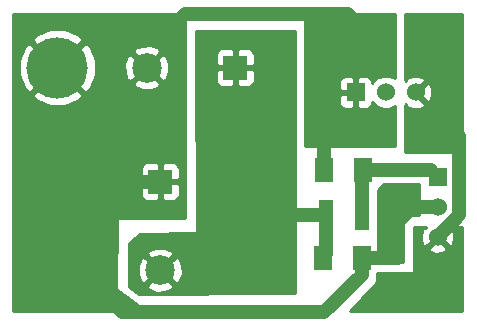
<source format=gbl>
G04 (created by PCBNEW (2013-jul-07)-stable) date Wed 30 Apr 2014 10:49:50 BST*
%MOIN*%
G04 Gerber Fmt 3.4, Leading zero omitted, Abs format*
%FSLAX34Y34*%
G01*
G70*
G90*
G04 APERTURE LIST*
%ADD10C,0.00590551*%
%ADD11R,0.05X0.1*%
%ADD12R,0.06X0.08*%
%ADD13R,0.06X0.06*%
%ADD14C,0.06*%
%ADD15R,0.0787X0.0787*%
%ADD16C,0.0984*%
%ADD17C,0.2047*%
%ADD18C,0.008*%
%ADD19C,0.0472*%
%ADD20C,0.01*%
G04 APERTURE END LIST*
G54D10*
G54D11*
X10856Y3621D03*
X12056Y3621D03*
G54D12*
X10727Y2204D03*
X12027Y2204D03*
X12066Y5117D03*
X10766Y5117D03*
G54D13*
X11834Y7716D03*
G54D14*
X12834Y7716D03*
X13834Y7716D03*
G54D15*
X5314Y4743D03*
G54D16*
X5314Y1791D03*
G54D15*
X7814Y8542D03*
G54D16*
X4862Y8542D03*
G54D17*
X1889Y8542D03*
G54D13*
X14566Y4897D03*
G54D14*
X14566Y3897D03*
X14566Y2897D03*
G54D18*
X7795Y3621D02*
X7795Y8523D01*
X7795Y8523D02*
X7814Y8542D01*
G54D19*
X10856Y3621D02*
X10856Y2333D01*
G54D18*
X10856Y2333D02*
X10727Y2204D01*
G54D19*
X7795Y3621D02*
X10856Y3621D01*
G54D18*
X14566Y2897D02*
X14566Y2913D01*
X15275Y6275D02*
X13834Y7716D01*
G54D19*
X15275Y3622D02*
X15275Y6275D01*
X14566Y2913D02*
X15275Y3622D01*
X12027Y2204D02*
X12027Y1634D01*
X12027Y1634D02*
X10787Y393D01*
X10787Y393D02*
X4055Y393D01*
X4055Y393D02*
X3346Y1102D01*
X3346Y1102D02*
X3346Y4448D01*
X3346Y4448D02*
X3641Y4743D01*
X3641Y4743D02*
X5314Y4743D01*
X10766Y5117D02*
X10766Y5963D01*
G54D18*
X11834Y7031D02*
X11834Y7716D01*
X10766Y5963D02*
X11834Y7031D01*
X11834Y7716D02*
X11834Y10062D01*
X5511Y9191D02*
X4862Y8542D01*
X5511Y9685D02*
X5511Y9191D01*
G54D19*
X6141Y10314D02*
X5511Y9685D01*
X11582Y10314D02*
X6141Y10314D01*
X11834Y10062D02*
X11582Y10314D01*
X12027Y2204D02*
X13228Y2204D01*
X13582Y3897D02*
X14566Y3897D01*
X13228Y3543D02*
X13582Y3897D01*
X13228Y2204D02*
X13228Y3543D01*
G54D18*
X13228Y2204D02*
X13228Y2204D01*
G54D19*
X12066Y5117D02*
X14346Y5117D01*
G54D18*
X14346Y5117D02*
X14566Y4897D01*
G54D19*
X12056Y3621D02*
X12056Y5107D01*
G54D18*
X12056Y5107D02*
X12066Y5117D01*
G54D10*
G36*
X6130Y3514D02*
X5958Y3514D01*
X5958Y4300D01*
X5958Y5186D01*
X5920Y5278D01*
X5850Y5349D01*
X5758Y5387D01*
X5658Y5387D01*
X5608Y5387D01*
X5608Y8415D01*
X5600Y8710D01*
X5503Y8946D01*
X5387Y8996D01*
X5317Y8926D01*
X5317Y9067D01*
X5266Y9182D01*
X4990Y9288D01*
X4695Y9280D01*
X4459Y9182D01*
X4408Y9067D01*
X4862Y8613D01*
X5317Y9067D01*
X5317Y8926D01*
X4933Y8542D01*
X5387Y8088D01*
X5503Y8139D01*
X5608Y8415D01*
X5608Y5387D01*
X5427Y5387D01*
X5364Y5324D01*
X5364Y4793D01*
X5895Y4793D01*
X5958Y4856D01*
X5958Y5186D01*
X5958Y4300D01*
X5958Y4631D01*
X5895Y4693D01*
X5364Y4693D01*
X5364Y4162D01*
X5427Y4100D01*
X5658Y4100D01*
X5758Y4100D01*
X5850Y4138D01*
X5920Y4208D01*
X5958Y4300D01*
X5958Y3514D01*
X5317Y3514D01*
X5317Y8018D01*
X4862Y8472D01*
X4792Y8401D01*
X4792Y8542D01*
X4338Y8996D01*
X4222Y8946D01*
X4117Y8670D01*
X4125Y8375D01*
X4222Y8139D01*
X4338Y8088D01*
X4792Y8542D01*
X4792Y8401D01*
X4408Y8018D01*
X4459Y7902D01*
X4735Y7797D01*
X5030Y7805D01*
X5266Y7902D01*
X5317Y8018D01*
X5317Y3514D01*
X5264Y3514D01*
X5264Y4162D01*
X5264Y4693D01*
X5264Y4793D01*
X5264Y5324D01*
X5202Y5387D01*
X4970Y5387D01*
X4871Y5387D01*
X4779Y5349D01*
X4709Y5278D01*
X4671Y5186D01*
X4671Y4856D01*
X4733Y4793D01*
X5264Y4793D01*
X5264Y4693D01*
X4733Y4693D01*
X4671Y4631D01*
X4671Y4300D01*
X4709Y4208D01*
X4779Y4138D01*
X4871Y4100D01*
X4970Y4100D01*
X5202Y4100D01*
X5264Y4162D01*
X5264Y3514D01*
X3887Y3514D01*
X3847Y1155D01*
X4827Y443D01*
X3163Y443D01*
X3163Y8795D01*
X2970Y9263D01*
X2969Y9265D01*
X2798Y9380D01*
X2727Y9310D01*
X2727Y9451D01*
X2612Y9621D01*
X2144Y9816D01*
X1637Y9816D01*
X1169Y9623D01*
X1167Y9621D01*
X1052Y9451D01*
X1889Y8613D01*
X2727Y9451D01*
X2727Y9310D01*
X1960Y8542D01*
X2798Y7704D01*
X2969Y7820D01*
X3163Y8288D01*
X3163Y8795D01*
X3163Y443D01*
X2727Y443D01*
X2727Y7634D01*
X1889Y8472D01*
X1819Y8401D01*
X1819Y8542D01*
X981Y9380D01*
X810Y9265D01*
X616Y8797D01*
X616Y8290D01*
X809Y7822D01*
X810Y7820D01*
X981Y7704D01*
X1819Y8542D01*
X1819Y8401D01*
X1052Y7634D01*
X1167Y7463D01*
X1635Y7269D01*
X2142Y7269D01*
X2610Y7462D01*
X2612Y7463D01*
X2727Y7634D01*
X2727Y443D01*
X403Y443D01*
X403Y10344D01*
X6130Y10344D01*
X6130Y3514D01*
X6130Y3514D01*
G37*
G54D20*
X6130Y3514D02*
X5958Y3514D01*
X5958Y4300D01*
X5958Y5186D01*
X5920Y5278D01*
X5850Y5349D01*
X5758Y5387D01*
X5658Y5387D01*
X5608Y5387D01*
X5608Y8415D01*
X5600Y8710D01*
X5503Y8946D01*
X5387Y8996D01*
X5317Y8926D01*
X5317Y9067D01*
X5266Y9182D01*
X4990Y9288D01*
X4695Y9280D01*
X4459Y9182D01*
X4408Y9067D01*
X4862Y8613D01*
X5317Y9067D01*
X5317Y8926D01*
X4933Y8542D01*
X5387Y8088D01*
X5503Y8139D01*
X5608Y8415D01*
X5608Y5387D01*
X5427Y5387D01*
X5364Y5324D01*
X5364Y4793D01*
X5895Y4793D01*
X5958Y4856D01*
X5958Y5186D01*
X5958Y4300D01*
X5958Y4631D01*
X5895Y4693D01*
X5364Y4693D01*
X5364Y4162D01*
X5427Y4100D01*
X5658Y4100D01*
X5758Y4100D01*
X5850Y4138D01*
X5920Y4208D01*
X5958Y4300D01*
X5958Y3514D01*
X5317Y3514D01*
X5317Y8018D01*
X4862Y8472D01*
X4792Y8401D01*
X4792Y8542D01*
X4338Y8996D01*
X4222Y8946D01*
X4117Y8670D01*
X4125Y8375D01*
X4222Y8139D01*
X4338Y8088D01*
X4792Y8542D01*
X4792Y8401D01*
X4408Y8018D01*
X4459Y7902D01*
X4735Y7797D01*
X5030Y7805D01*
X5266Y7902D01*
X5317Y8018D01*
X5317Y3514D01*
X5264Y3514D01*
X5264Y4162D01*
X5264Y4693D01*
X5264Y4793D01*
X5264Y5324D01*
X5202Y5387D01*
X4970Y5387D01*
X4871Y5387D01*
X4779Y5349D01*
X4709Y5278D01*
X4671Y5186D01*
X4671Y4856D01*
X4733Y4793D01*
X5264Y4793D01*
X5264Y4693D01*
X4733Y4693D01*
X4671Y4631D01*
X4671Y4300D01*
X4709Y4208D01*
X4779Y4138D01*
X4871Y4100D01*
X4970Y4100D01*
X5202Y4100D01*
X5264Y4162D01*
X5264Y3514D01*
X3887Y3514D01*
X3847Y1155D01*
X4827Y443D01*
X3163Y443D01*
X3163Y8795D01*
X2970Y9263D01*
X2969Y9265D01*
X2798Y9380D01*
X2727Y9310D01*
X2727Y9451D01*
X2612Y9621D01*
X2144Y9816D01*
X1637Y9816D01*
X1169Y9623D01*
X1167Y9621D01*
X1052Y9451D01*
X1889Y8613D01*
X2727Y9451D01*
X2727Y9310D01*
X1960Y8542D01*
X2798Y7704D01*
X2969Y7820D01*
X3163Y8288D01*
X3163Y8795D01*
X3163Y443D01*
X2727Y443D01*
X2727Y7634D01*
X1889Y8472D01*
X1819Y8401D01*
X1819Y8542D01*
X981Y9380D01*
X810Y9265D01*
X616Y8797D01*
X616Y8290D01*
X809Y7822D01*
X810Y7820D01*
X981Y7704D01*
X1819Y8542D01*
X1819Y8401D01*
X1052Y7634D01*
X1167Y7463D01*
X1635Y7269D01*
X2142Y7269D01*
X2610Y7462D01*
X2612Y7463D01*
X2727Y7634D01*
X2727Y443D01*
X403Y443D01*
X403Y10344D01*
X6130Y10344D01*
X6130Y3514D01*
G54D10*
G36*
X9792Y1033D02*
X8458Y1023D01*
X8458Y8198D01*
X8458Y8886D01*
X8458Y8986D01*
X8420Y9078D01*
X8349Y9148D01*
X8257Y9186D01*
X7927Y9186D01*
X7864Y9123D01*
X7864Y8592D01*
X8395Y8592D01*
X8458Y8655D01*
X8458Y8886D01*
X8458Y8198D01*
X8458Y8430D01*
X8395Y8492D01*
X7864Y8492D01*
X7864Y7961D01*
X7927Y7899D01*
X8257Y7899D01*
X8349Y7937D01*
X8420Y8007D01*
X8458Y8099D01*
X8458Y8198D01*
X8458Y1023D01*
X7764Y1018D01*
X7764Y7961D01*
X7764Y8492D01*
X7764Y8592D01*
X7764Y9123D01*
X7702Y9186D01*
X7371Y9186D01*
X7280Y9148D01*
X7209Y9078D01*
X7171Y8986D01*
X7171Y8886D01*
X7171Y8655D01*
X7233Y8592D01*
X7764Y8592D01*
X7764Y8492D01*
X7233Y8492D01*
X7171Y8430D01*
X7171Y8198D01*
X7171Y8099D01*
X7209Y8007D01*
X7280Y7937D01*
X7371Y7899D01*
X7702Y7899D01*
X7764Y7961D01*
X7764Y1018D01*
X6060Y1005D01*
X6060Y1664D01*
X6052Y1959D01*
X5955Y2195D01*
X5839Y2245D01*
X5769Y2175D01*
X5769Y2316D01*
X5718Y2431D01*
X5442Y2537D01*
X5147Y2529D01*
X4911Y2431D01*
X4860Y2316D01*
X5314Y1862D01*
X5769Y2316D01*
X5769Y2175D01*
X5385Y1791D01*
X5839Y1337D01*
X5955Y1388D01*
X6060Y1664D01*
X6060Y1005D01*
X5769Y1003D01*
X5769Y1267D01*
X5314Y1721D01*
X5244Y1650D01*
X5244Y1791D01*
X4790Y2245D01*
X4674Y2195D01*
X4569Y1919D01*
X4577Y1624D01*
X4674Y1388D01*
X4790Y1337D01*
X5244Y1791D01*
X5244Y1650D01*
X4860Y1267D01*
X4911Y1151D01*
X5187Y1046D01*
X5482Y1054D01*
X5718Y1151D01*
X5769Y1267D01*
X5769Y1003D01*
X4621Y994D01*
X4262Y1246D01*
X4262Y2692D01*
X4624Y2982D01*
X6546Y3021D01*
X6506Y9173D01*
X6506Y9752D01*
X9792Y9752D01*
X9792Y1033D01*
X9792Y1033D01*
G37*
G54D20*
X9792Y1033D02*
X8458Y1023D01*
X8458Y8198D01*
X8458Y8886D01*
X8458Y8986D01*
X8420Y9078D01*
X8349Y9148D01*
X8257Y9186D01*
X7927Y9186D01*
X7864Y9123D01*
X7864Y8592D01*
X8395Y8592D01*
X8458Y8655D01*
X8458Y8886D01*
X8458Y8198D01*
X8458Y8430D01*
X8395Y8492D01*
X7864Y8492D01*
X7864Y7961D01*
X7927Y7899D01*
X8257Y7899D01*
X8349Y7937D01*
X8420Y8007D01*
X8458Y8099D01*
X8458Y8198D01*
X8458Y1023D01*
X7764Y1018D01*
X7764Y7961D01*
X7764Y8492D01*
X7764Y8592D01*
X7764Y9123D01*
X7702Y9186D01*
X7371Y9186D01*
X7280Y9148D01*
X7209Y9078D01*
X7171Y8986D01*
X7171Y8886D01*
X7171Y8655D01*
X7233Y8592D01*
X7764Y8592D01*
X7764Y8492D01*
X7233Y8492D01*
X7171Y8430D01*
X7171Y8198D01*
X7171Y8099D01*
X7209Y8007D01*
X7280Y7937D01*
X7371Y7899D01*
X7702Y7899D01*
X7764Y7961D01*
X7764Y1018D01*
X6060Y1005D01*
X6060Y1664D01*
X6052Y1959D01*
X5955Y2195D01*
X5839Y2245D01*
X5769Y2175D01*
X5769Y2316D01*
X5718Y2431D01*
X5442Y2537D01*
X5147Y2529D01*
X4911Y2431D01*
X4860Y2316D01*
X5314Y1862D01*
X5769Y2316D01*
X5769Y2175D01*
X5385Y1791D01*
X5839Y1337D01*
X5955Y1388D01*
X6060Y1664D01*
X6060Y1005D01*
X5769Y1003D01*
X5769Y1267D01*
X5314Y1721D01*
X5244Y1650D01*
X5244Y1791D01*
X4790Y2245D01*
X4674Y2195D01*
X4569Y1919D01*
X4577Y1624D01*
X4674Y1388D01*
X4790Y1337D01*
X5244Y1791D01*
X5244Y1650D01*
X4860Y1267D01*
X4911Y1151D01*
X5187Y1046D01*
X5482Y1054D01*
X5718Y1151D01*
X5769Y1267D01*
X5769Y1003D01*
X4621Y994D01*
X4262Y1246D01*
X4262Y2692D01*
X4624Y2982D01*
X6546Y3021D01*
X6506Y9173D01*
X6506Y9752D01*
X9792Y9752D01*
X9792Y1033D01*
G54D10*
G36*
X13138Y5915D02*
X11784Y5915D01*
X11784Y7229D01*
X11784Y7666D01*
X11784Y7766D01*
X11784Y8204D01*
X11722Y8266D01*
X11485Y8266D01*
X11393Y8228D01*
X11322Y8158D01*
X11284Y8066D01*
X11284Y7967D01*
X11284Y7829D01*
X11347Y7766D01*
X11784Y7766D01*
X11784Y7666D01*
X11347Y7666D01*
X11284Y7604D01*
X11284Y7466D01*
X11284Y7366D01*
X11322Y7274D01*
X11393Y7204D01*
X11485Y7166D01*
X11722Y7166D01*
X11784Y7229D01*
X11784Y5915D01*
X10128Y5916D01*
X10128Y10343D01*
X13138Y10343D01*
X13138Y8185D01*
X12944Y8266D01*
X12725Y8266D01*
X12523Y8183D01*
X12384Y8044D01*
X12384Y8066D01*
X12346Y8158D01*
X12276Y8228D01*
X12184Y8266D01*
X11947Y8266D01*
X11884Y8204D01*
X11884Y7766D01*
X11892Y7766D01*
X11892Y7666D01*
X11884Y7666D01*
X11884Y7229D01*
X11947Y7166D01*
X12184Y7166D01*
X12276Y7204D01*
X12346Y7274D01*
X12384Y7366D01*
X12384Y7388D01*
X12522Y7250D01*
X12724Y7166D01*
X12943Y7166D01*
X13138Y7247D01*
X13138Y5915D01*
X13138Y5915D01*
G37*
G54D20*
X13138Y5915D02*
X11784Y5915D01*
X11784Y7229D01*
X11784Y7666D01*
X11784Y7766D01*
X11784Y8204D01*
X11722Y8266D01*
X11485Y8266D01*
X11393Y8228D01*
X11322Y8158D01*
X11284Y8066D01*
X11284Y7967D01*
X11284Y7829D01*
X11347Y7766D01*
X11784Y7766D01*
X11784Y7666D01*
X11347Y7666D01*
X11284Y7604D01*
X11284Y7466D01*
X11284Y7366D01*
X11322Y7274D01*
X11393Y7204D01*
X11485Y7166D01*
X11722Y7166D01*
X11784Y7229D01*
X11784Y5915D01*
X10128Y5916D01*
X10128Y10343D01*
X13138Y10343D01*
X13138Y8185D01*
X12944Y8266D01*
X12725Y8266D01*
X12523Y8183D01*
X12384Y8044D01*
X12384Y8066D01*
X12346Y8158D01*
X12276Y8228D01*
X12184Y8266D01*
X11947Y8266D01*
X11884Y8204D01*
X11884Y7766D01*
X11892Y7766D01*
X11892Y7666D01*
X11884Y7666D01*
X11884Y7229D01*
X11947Y7166D01*
X12184Y7166D01*
X12276Y7204D01*
X12346Y7274D01*
X12384Y7366D01*
X12384Y7388D01*
X12522Y7250D01*
X12724Y7166D01*
X12943Y7166D01*
X13138Y7247D01*
X13138Y5915D01*
G54D10*
G36*
X15387Y5925D02*
X15383Y5905D01*
X15383Y5718D01*
X14389Y5719D01*
X14389Y7634D01*
X14378Y7853D01*
X14315Y8004D01*
X14220Y8031D01*
X14149Y7961D01*
X13905Y7716D01*
X14220Y7401D01*
X14315Y7428D01*
X14389Y7634D01*
X14389Y5719D01*
X14149Y5719D01*
X13475Y5719D01*
X13475Y7286D01*
X13519Y7330D01*
X13546Y7235D01*
X13752Y7161D01*
X13971Y7172D01*
X14122Y7235D01*
X14149Y7330D01*
X13834Y7645D01*
X13829Y7640D01*
X13758Y7710D01*
X13763Y7716D01*
X13758Y7722D01*
X13829Y7792D01*
X13834Y7787D01*
X14149Y8102D01*
X14122Y8197D01*
X13916Y8271D01*
X13697Y8260D01*
X13546Y8197D01*
X13519Y8102D01*
X13475Y8146D01*
X13475Y10343D01*
X15383Y10343D01*
X15383Y5944D01*
X15387Y5925D01*
X15387Y5925D01*
G37*
G54D20*
X15387Y5925D02*
X15383Y5905D01*
X15383Y5718D01*
X14389Y5719D01*
X14389Y7634D01*
X14378Y7853D01*
X14315Y8004D01*
X14220Y8031D01*
X14149Y7961D01*
X13905Y7716D01*
X14220Y7401D01*
X14315Y7428D01*
X14389Y7634D01*
X14389Y5719D01*
X14149Y5719D01*
X13475Y5719D01*
X13475Y7286D01*
X13519Y7330D01*
X13546Y7235D01*
X13752Y7161D01*
X13971Y7172D01*
X14122Y7235D01*
X14149Y7330D01*
X13834Y7645D01*
X13829Y7640D01*
X13758Y7710D01*
X13763Y7716D01*
X13758Y7722D01*
X13829Y7792D01*
X13834Y7787D01*
X14149Y8102D01*
X14122Y8197D01*
X13916Y8271D01*
X13697Y8260D01*
X13546Y8197D01*
X13519Y8102D01*
X13475Y8146D01*
X13475Y10343D01*
X15383Y10343D01*
X15383Y5944D01*
X15387Y5925D01*
G54D10*
G36*
X13925Y3632D02*
X13680Y3632D01*
X13414Y3367D01*
X13414Y2057D01*
X12577Y2057D01*
X12577Y2092D01*
X12569Y2100D01*
X12569Y2309D01*
X12577Y2317D01*
X12578Y2555D01*
X12577Y2654D01*
X12569Y2673D01*
X12569Y4467D01*
X12776Y4674D01*
X13925Y4674D01*
X13925Y3632D01*
X13925Y3632D01*
G37*
G54D20*
X13925Y3632D02*
X13680Y3632D01*
X13414Y3367D01*
X13414Y2057D01*
X12577Y2057D01*
X12577Y2092D01*
X12569Y2100D01*
X12569Y2309D01*
X12577Y2317D01*
X12578Y2555D01*
X12577Y2654D01*
X12569Y2673D01*
X12569Y4467D01*
X12776Y4674D01*
X13925Y4674D01*
X13925Y3632D01*
G54D10*
G36*
X15383Y443D02*
X15121Y443D01*
X14882Y443D01*
X14882Y2511D01*
X14566Y2827D01*
X14496Y2756D01*
X14251Y2511D01*
X14279Y2416D01*
X14485Y2343D01*
X14703Y2354D01*
X14854Y2416D01*
X14882Y2511D01*
X14882Y443D01*
X11648Y443D01*
X12529Y1397D01*
X12529Y1653D01*
X12539Y1663D01*
X12547Y1681D01*
X13789Y1681D01*
X13789Y3217D01*
X14176Y3217D01*
X14181Y3213D01*
X14085Y3185D01*
X14012Y2979D01*
X14023Y2761D01*
X14085Y2610D01*
X14181Y2582D01*
X14496Y2897D01*
X14490Y2903D01*
X14561Y2974D01*
X14566Y2968D01*
X14572Y2974D01*
X14643Y2903D01*
X14637Y2897D01*
X14952Y2582D01*
X15048Y2610D01*
X15121Y2816D01*
X15110Y3034D01*
X15048Y3185D01*
X14952Y3213D01*
X14957Y3217D01*
X15383Y3217D01*
X15383Y443D01*
X15383Y443D01*
G37*
G54D20*
X15383Y443D02*
X15121Y443D01*
X14882Y443D01*
X14882Y2511D01*
X14566Y2827D01*
X14496Y2756D01*
X14251Y2511D01*
X14279Y2416D01*
X14485Y2343D01*
X14703Y2354D01*
X14854Y2416D01*
X14882Y2511D01*
X14882Y443D01*
X11648Y443D01*
X12529Y1397D01*
X12529Y1653D01*
X12539Y1663D01*
X12547Y1681D01*
X13789Y1681D01*
X13789Y3217D01*
X14176Y3217D01*
X14181Y3213D01*
X14085Y3185D01*
X14012Y2979D01*
X14023Y2761D01*
X14085Y2610D01*
X14181Y2582D01*
X14496Y2897D01*
X14490Y2903D01*
X14561Y2974D01*
X14566Y2968D01*
X14572Y2974D01*
X14643Y2903D01*
X14637Y2897D01*
X14952Y2582D01*
X15048Y2610D01*
X15121Y2816D01*
X15110Y3034D01*
X15048Y3185D01*
X14952Y3213D01*
X14957Y3217D01*
X15383Y3217D01*
X15383Y443D01*
M02*

</source>
